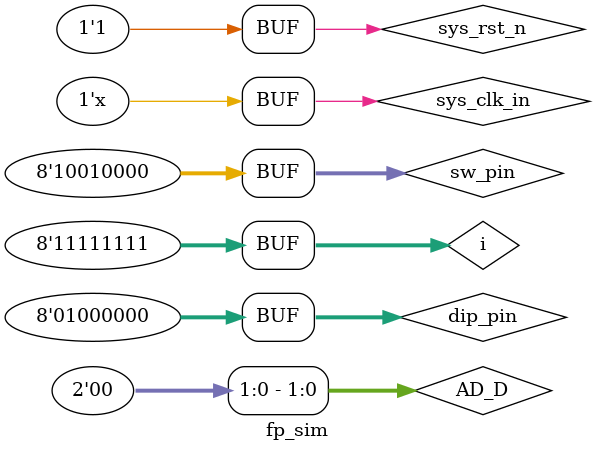
<source format=v>
`timescale 1ns / 1ps
module fp_sim;

reg sys_rst_n;
reg sys_clk_in;
reg [7:0] sw_pin;
reg [7:0] dip_pin;
wire [7:0] seg_cs_pin;
wire [7:0] seg_data_0_pin;
wire [7:0] seg_data_1_pin;
reg [9:0] AD_D;
reg [7:0] sin_data [255:0];
reg [7:0] i;

main_progress u_main (
    .sys_rst_n(sys_rst_n),
    .sys_clk_in(sys_clk_in),
    .sw_pin(sw_pin),
    .dip_pin(dip_pin),//ÓÒ±ß²¦Âë¿ª¹ØÊäÈë
    .AD_D(AD_D),//Íâ½ÓAD

    .seg_cs_pin(seg_cs_pin),
    .seg_data_0_pin(seg_data_0_pin),
    .seg_data_1_pin(seg_data_1_pin),
    .dac_ile(),
    .dac_cs_n(),
    .dac_wr1_n(),
    .dac_wr2_n(),
    .dac_xfer_n(),
    .dac_data(),//°åÔØDAC_0832
    .CLK_AD(),//Íâ½ÓAD
    .CLK_DA(),//Íâ½ÓDA
    .DA_D()//Íâ½ÓDA
);

initial begin
    sys_clk_in = 1'b0;
    sys_rst_n = 1'b1;
    sw_pin = 8'b10010000;
    dip_pin = 8'b0100_0000;
    #5 sys_rst_n = 1'b0;
    #5 sys_rst_n = 1'b1;
    AD_D[1:0] = 2'b00;

sin_data[0] = 128;
sin_data[1] = 131;
sin_data[2] = 134;
sin_data[3] = 137;
sin_data[4] = 140;
sin_data[5] = 143;
sin_data[6] = 146;
sin_data[7] = 149;
sin_data[8] = 152;
sin_data[9] = 155;
sin_data[10] = 158;
sin_data[11] = 161;
sin_data[12] = 164;
sin_data[13] = 167;
sin_data[14] = 170;
sin_data[15] = 173;
sin_data[16] = 176;
sin_data[17] = 179;
sin_data[18] = 182;
sin_data[19] = 185;
sin_data[20] = 187;
sin_data[21] = 190;
sin_data[22] = 193;
sin_data[23] = 195;
sin_data[24] = 198;
sin_data[25] = 201;
sin_data[26] = 203;
sin_data[27] = 206;
sin_data[28] = 208;
sin_data[29] = 210;
sin_data[30] = 213;
sin_data[31] = 215;
sin_data[32] = 217;
sin_data[33] = 219;
sin_data[34] = 222;
sin_data[35] = 224;
sin_data[36] = 226;
sin_data[37] = 228;
sin_data[38] = 230;
sin_data[39] = 231;
sin_data[40] = 233;
sin_data[41] = 235;
sin_data[42] = 236;
sin_data[43] = 238;
sin_data[44] = 240;
sin_data[45] = 241;
sin_data[46] = 242;
sin_data[47] = 244;
sin_data[48] = 245;
sin_data[49] = 246;
sin_data[50] = 247;
sin_data[51] = 248;
sin_data[52] = 249;
sin_data[53] = 250;
sin_data[54] = 251;
sin_data[55] = 251;
sin_data[56] = 252;
sin_data[57] = 253;
sin_data[58] = 253;
sin_data[59] = 254;
sin_data[60] = 254;
sin_data[61] = 254;
sin_data[62] = 254;
sin_data[63] = 254;
sin_data[64] = 255;
sin_data[65] = 254;
sin_data[66] = 254;
sin_data[67] = 254;
sin_data[68] = 254;
sin_data[69] = 254;
sin_data[70] = 253;
sin_data[71] = 253;
sin_data[72] = 252;
sin_data[73] = 251;
sin_data[74] = 251;
sin_data[75] = 250;
sin_data[76] = 249;
sin_data[77] = 248;
sin_data[78] = 247;
sin_data[79] = 246;
sin_data[80] = 245;
sin_data[81] = 244;
sin_data[82] = 242;
sin_data[83] = 241;
sin_data[84] = 240;
sin_data[85] = 238;
sin_data[86] = 236;
sin_data[87] = 235;
sin_data[88] = 233;
sin_data[89] = 231;
sin_data[90] = 230;
sin_data[91] = 228;
sin_data[92] = 226;
sin_data[93] = 224;
sin_data[94] = 222;
sin_data[95] = 219;
sin_data[96] = 217;
sin_data[97] = 215;
sin_data[98] = 213;
sin_data[99] = 210;
sin_data[100] = 208;
sin_data[101] = 206;
sin_data[102] = 203;
sin_data[103] = 201;
sin_data[104] = 198;
sin_data[105] = 195;
sin_data[106] = 193;
sin_data[107] = 190;
sin_data[108] = 187;
sin_data[109] = 185;
sin_data[110] = 182;
sin_data[111] = 179;
sin_data[112] = 176;
sin_data[113] = 173;
sin_data[114] = 170;
sin_data[115] = 167;
sin_data[116] = 164;
sin_data[117] = 161;
sin_data[118] = 158;
sin_data[119] = 155;
sin_data[120] = 152;
sin_data[121] = 149;
sin_data[122] = 146;
sin_data[123] = 143;
sin_data[124] = 140;
sin_data[125] = 137;
sin_data[126] = 134;
sin_data[127] = 131;
sin_data[128] = 128;
sin_data[129] = 125;
sin_data[130] = 122;
sin_data[131] = 119;
sin_data[132] = 116;
sin_data[133] = 113;
sin_data[134] = 110;
sin_data[135] = 107;
sin_data[136] = 104;
sin_data[137] = 101;
sin_data[138] = 98;
sin_data[139] = 95;
sin_data[140] = 92;
sin_data[141] = 89;
sin_data[142] = 86;
sin_data[143] = 83;
sin_data[144] = 80;
sin_data[145] = 77;
sin_data[146] = 74;
sin_data[147] = 71;
sin_data[148] = 69;
sin_data[149] = 66;
sin_data[150] = 63;
sin_data[151] = 61;
sin_data[152] = 58;
sin_data[153] = 55;
sin_data[154] = 53;
sin_data[155] = 50;
sin_data[156] = 48;
sin_data[157] = 46;
sin_data[158] = 43;
sin_data[159] = 41;
sin_data[160] = 39;
sin_data[161] = 37;
sin_data[162] = 34;
sin_data[163] = 32;
sin_data[164] = 30;
sin_data[165] = 28;
sin_data[166] = 26;
sin_data[167] = 25;
sin_data[168] = 23;
sin_data[169] = 21;
sin_data[170] = 20;
sin_data[171] = 18;
sin_data[172] = 16;
sin_data[173] = 15;
sin_data[174] = 14;
sin_data[175] = 12;
sin_data[176] = 11;
sin_data[177] = 10;
sin_data[178] = 9;
sin_data[179] = 8;
sin_data[180] = 7;
sin_data[181] = 6;
sin_data[182] = 5;
sin_data[183] = 5;
sin_data[184] = 4;
sin_data[185] = 3;
sin_data[186] = 3;
sin_data[187] = 2;
sin_data[188] = 2;
sin_data[189] = 2;
sin_data[190] = 2;
sin_data[191] = 2;
sin_data[192] = 1;
sin_data[193] = 2;
sin_data[194] = 2;
sin_data[195] = 2;
sin_data[196] = 2;
sin_data[197] = 2;
sin_data[198] = 3;
sin_data[199] = 3;
sin_data[200] = 4;
sin_data[201] = 5;
sin_data[202] = 5;
sin_data[203] = 6;
sin_data[204] = 7;
sin_data[205] = 8;
sin_data[206] = 9;
sin_data[207] = 10;
sin_data[208] = 11;
sin_data[209] = 12;
sin_data[210] = 14;
sin_data[211] = 15;
sin_data[212] = 16;
sin_data[213] = 18;
sin_data[214] = 20;
sin_data[215] = 21;
sin_data[216] = 23;
sin_data[217] = 25;
sin_data[218] = 26;
sin_data[219] = 28;
sin_data[220] = 30;
sin_data[221] = 32;
sin_data[222] = 34;
sin_data[223] = 37;
sin_data[224] = 39;
sin_data[225] = 41;
sin_data[226] = 43;
sin_data[227] = 46;
sin_data[228] = 48;
sin_data[229] = 50;
sin_data[230] = 53;
sin_data[231] = 55;
sin_data[232] = 58;
sin_data[233] = 61;
sin_data[234] = 63;
sin_data[235] = 66;
sin_data[236] = 69;
sin_data[237] = 71;
sin_data[238] = 74;
sin_data[239] = 77;
sin_data[240] = 80;
sin_data[241] = 83;
sin_data[242] = 86;
sin_data[243] = 89;
sin_data[244] = 92;
sin_data[245] = 95;
sin_data[246] = 98;
sin_data[247] = 101;
sin_data[248] = 104;
sin_data[249] = 107;
sin_data[250] = 110;
sin_data[251] = 113;
sin_data[252] = 116;
sin_data[253] = 119;
sin_data[254] = 122;
sin_data[255] = 125;


end

always #5 sys_clk_in = ~sys_clk_in;

always begin
    for(i=0;i<255;i=i+1)begin
        #5;
        AD_D[9:2] = sin_data[i];
    end
end

endmodule

</source>
